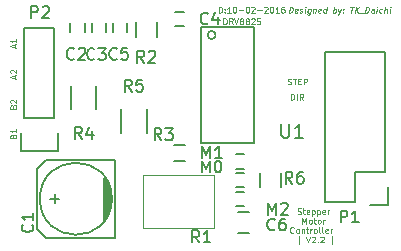
<source format=gbr>
G04 #@! TF.FileFunction,Legend,Top*
%FSLAX45Y45*%
G04 Gerber Fmt 4.5, Leading zero omitted, Abs format (unit mm)*
G04 Created by KiCad (PCBNEW 4.0.1-stable) date 12-Feb-16 12:46:57 PM*
%MOMM*%
G01*
G04 APERTURE LIST*
%ADD10C,0.100000*%
%ADD11C,0.125000*%
%ADD12C,0.150000*%
%ADD13C,0.090000*%
G04 APERTURE END LIST*
D10*
D11*
X2450000Y-822619D02*
X2450000Y-772619D01*
X2461905Y-772619D01*
X2469048Y-775000D01*
X2473810Y-779762D01*
X2476191Y-784524D01*
X2478572Y-794048D01*
X2478572Y-801190D01*
X2476191Y-810714D01*
X2473810Y-815476D01*
X2469048Y-820238D01*
X2461905Y-822619D01*
X2450000Y-822619D01*
X2500000Y-822619D02*
X2500000Y-772619D01*
X2552381Y-822619D02*
X2535714Y-798809D01*
X2523810Y-822619D02*
X2523810Y-772619D01*
X2542857Y-772619D01*
X2547619Y-775000D01*
X2550000Y-777381D01*
X2552381Y-782143D01*
X2552381Y-789286D01*
X2550000Y-794048D01*
X2547619Y-796429D01*
X2542857Y-798809D01*
X2523810Y-798809D01*
X2424048Y-690238D02*
X2431191Y-692619D01*
X2443095Y-692619D01*
X2447857Y-690238D01*
X2450238Y-687857D01*
X2452619Y-683095D01*
X2452619Y-678333D01*
X2450238Y-673571D01*
X2447857Y-671191D01*
X2443095Y-668810D01*
X2433572Y-666429D01*
X2428810Y-664048D01*
X2426429Y-661667D01*
X2424048Y-656905D01*
X2424048Y-652143D01*
X2426429Y-647381D01*
X2428810Y-645000D01*
X2433572Y-642619D01*
X2445476Y-642619D01*
X2452619Y-645000D01*
X2466905Y-642619D02*
X2495476Y-642619D01*
X2481191Y-692619D02*
X2481191Y-642619D01*
X2512143Y-666429D02*
X2528810Y-666429D01*
X2535952Y-692619D02*
X2512143Y-692619D01*
X2512143Y-642619D01*
X2535952Y-642619D01*
X2557381Y-692619D02*
X2557381Y-642619D01*
X2576429Y-642619D01*
X2581191Y-645000D01*
X2583571Y-647381D01*
X2585952Y-652143D01*
X2585952Y-659286D01*
X2583571Y-664048D01*
X2581191Y-666429D01*
X2576429Y-668810D01*
X2557381Y-668810D01*
D10*
X1877238Y-182619D02*
X1877238Y-132619D01*
X1889143Y-132619D01*
X1896286Y-135000D01*
X1901048Y-139762D01*
X1903429Y-144524D01*
X1905810Y-154048D01*
X1905810Y-161191D01*
X1903429Y-170714D01*
X1901048Y-175476D01*
X1896286Y-180238D01*
X1889143Y-182619D01*
X1877238Y-182619D01*
X1955810Y-182619D02*
X1939143Y-158810D01*
X1927238Y-182619D02*
X1927238Y-132619D01*
X1946286Y-132619D01*
X1951048Y-135000D01*
X1953429Y-137381D01*
X1955810Y-142143D01*
X1955810Y-149286D01*
X1953429Y-154048D01*
X1951048Y-156429D01*
X1946286Y-158810D01*
X1927238Y-158810D01*
X1970095Y-132619D02*
X1986762Y-182619D01*
X2003429Y-132619D01*
X2027238Y-154048D02*
X2022476Y-151667D01*
X2020095Y-149286D01*
X2017714Y-144524D01*
X2017714Y-142143D01*
X2020095Y-137381D01*
X2022476Y-135000D01*
X2027238Y-132619D01*
X2036762Y-132619D01*
X2041524Y-135000D01*
X2043905Y-137381D01*
X2046286Y-142143D01*
X2046286Y-144524D01*
X2043905Y-149286D01*
X2041524Y-151667D01*
X2036762Y-154048D01*
X2027238Y-154048D01*
X2022476Y-156429D01*
X2020095Y-158810D01*
X2017714Y-163571D01*
X2017714Y-173095D01*
X2020095Y-177857D01*
X2022476Y-180238D01*
X2027238Y-182619D01*
X2036762Y-182619D01*
X2041524Y-180238D01*
X2043905Y-177857D01*
X2046286Y-173095D01*
X2046286Y-163571D01*
X2043905Y-158810D01*
X2041524Y-156429D01*
X2036762Y-154048D01*
X2074857Y-154048D02*
X2070095Y-151667D01*
X2067714Y-149286D01*
X2065333Y-144524D01*
X2065333Y-142143D01*
X2067714Y-137381D01*
X2070095Y-135000D01*
X2074857Y-132619D01*
X2084381Y-132619D01*
X2089143Y-135000D01*
X2091524Y-137381D01*
X2093905Y-142143D01*
X2093905Y-144524D01*
X2091524Y-149286D01*
X2089143Y-151667D01*
X2084381Y-154048D01*
X2074857Y-154048D01*
X2070095Y-156429D01*
X2067714Y-158810D01*
X2065333Y-163571D01*
X2065333Y-173095D01*
X2067714Y-177857D01*
X2070095Y-180238D01*
X2074857Y-182619D01*
X2084381Y-182619D01*
X2089143Y-180238D01*
X2091524Y-177857D01*
X2093905Y-173095D01*
X2093905Y-163571D01*
X2091524Y-158810D01*
X2089143Y-156429D01*
X2084381Y-154048D01*
X2112952Y-137381D02*
X2115333Y-135000D01*
X2120095Y-132619D01*
X2132000Y-132619D01*
X2136762Y-135000D01*
X2139143Y-137381D01*
X2141524Y-142143D01*
X2141524Y-146905D01*
X2139143Y-154048D01*
X2110572Y-182619D01*
X2141524Y-182619D01*
X2186762Y-132619D02*
X2162952Y-132619D01*
X2160571Y-156429D01*
X2162952Y-154048D01*
X2167714Y-151667D01*
X2179619Y-151667D01*
X2184381Y-154048D01*
X2186762Y-156429D01*
X2189143Y-161191D01*
X2189143Y-173095D01*
X2186762Y-177857D01*
X2184381Y-180238D01*
X2179619Y-182619D01*
X2167714Y-182619D01*
X2162952Y-180238D01*
X2160571Y-177857D01*
D11*
X96429Y-1130238D02*
X98809Y-1123095D01*
X101190Y-1120714D01*
X105952Y-1118333D01*
X113095Y-1118333D01*
X117857Y-1120714D01*
X120238Y-1123095D01*
X122619Y-1127857D01*
X122619Y-1146905D01*
X72619Y-1146905D01*
X72619Y-1130238D01*
X75000Y-1125476D01*
X77381Y-1123095D01*
X82143Y-1120714D01*
X86905Y-1120714D01*
X91667Y-1123095D01*
X94048Y-1125476D01*
X96429Y-1130238D01*
X96429Y-1146905D01*
X122619Y-1070714D02*
X122619Y-1099286D01*
X122619Y-1085000D02*
X72619Y-1085000D01*
X79762Y-1089762D01*
X84524Y-1094524D01*
X86905Y-1099286D01*
X96429Y-880238D02*
X98809Y-873095D01*
X101190Y-870714D01*
X105952Y-868333D01*
X113095Y-868333D01*
X117857Y-870714D01*
X120238Y-873095D01*
X122619Y-877857D01*
X122619Y-896905D01*
X72619Y-896905D01*
X72619Y-880238D01*
X75000Y-875476D01*
X77381Y-873095D01*
X82143Y-870714D01*
X86905Y-870714D01*
X91667Y-873095D01*
X94048Y-875476D01*
X96429Y-880238D01*
X96429Y-896905D01*
X77381Y-849286D02*
X75000Y-846905D01*
X72619Y-842143D01*
X72619Y-830238D01*
X75000Y-825476D01*
X77381Y-823095D01*
X82143Y-820714D01*
X86905Y-820714D01*
X94048Y-823095D01*
X122619Y-851667D01*
X122619Y-820714D01*
X108353Y-638714D02*
X108353Y-614905D01*
X122639Y-643476D02*
X72639Y-626809D01*
X122639Y-610143D01*
X77401Y-595857D02*
X75020Y-593476D01*
X72639Y-588714D01*
X72639Y-576810D01*
X75020Y-572048D01*
X77401Y-569667D01*
X82163Y-567286D01*
X86925Y-567286D01*
X94068Y-569667D01*
X122639Y-598238D01*
X122639Y-567286D01*
X108353Y-378714D02*
X108353Y-354905D01*
X122639Y-383476D02*
X72639Y-366809D01*
X122639Y-350143D01*
X122639Y-307286D02*
X122639Y-335857D01*
X122639Y-321571D02*
X72639Y-321571D01*
X79782Y-326333D01*
X84544Y-331095D01*
X86925Y-335857D01*
D10*
X1837639Y-85619D02*
X1837639Y-35619D01*
X1849544Y-35619D01*
X1856687Y-38000D01*
X1861449Y-42762D01*
X1863830Y-47524D01*
X1866211Y-57048D01*
X1866211Y-64190D01*
X1863830Y-73714D01*
X1861449Y-78476D01*
X1856687Y-83238D01*
X1849544Y-85619D01*
X1837639Y-85619D01*
X1887639Y-80857D02*
X1890020Y-83238D01*
X1887639Y-85619D01*
X1885258Y-83238D01*
X1887639Y-80857D01*
X1887639Y-85619D01*
X1887639Y-54667D02*
X1890020Y-57048D01*
X1887639Y-59429D01*
X1885258Y-57048D01*
X1887639Y-54667D01*
X1887639Y-59429D01*
X1937639Y-85619D02*
X1909068Y-85619D01*
X1923353Y-85619D02*
X1923353Y-35619D01*
X1918592Y-42762D01*
X1913830Y-47524D01*
X1909068Y-49905D01*
X1968592Y-35619D02*
X1973353Y-35619D01*
X1978115Y-38000D01*
X1980496Y-40381D01*
X1982877Y-45143D01*
X1985258Y-54667D01*
X1985258Y-66571D01*
X1982877Y-76095D01*
X1980496Y-80857D01*
X1978115Y-83238D01*
X1973353Y-85619D01*
X1968592Y-85619D01*
X1963830Y-83238D01*
X1961449Y-80857D01*
X1959068Y-76095D01*
X1956687Y-66571D01*
X1956687Y-54667D01*
X1959068Y-45143D01*
X1961449Y-40381D01*
X1963830Y-38000D01*
X1968592Y-35619D01*
X2006687Y-66571D02*
X2044782Y-66571D01*
X2078115Y-35619D02*
X2082877Y-35619D01*
X2087639Y-38000D01*
X2090020Y-40381D01*
X2092401Y-45143D01*
X2094782Y-54667D01*
X2094782Y-66571D01*
X2092401Y-76095D01*
X2090020Y-80857D01*
X2087639Y-83238D01*
X2082877Y-85619D01*
X2078115Y-85619D01*
X2073353Y-83238D01*
X2070972Y-80857D01*
X2068592Y-76095D01*
X2066211Y-66571D01*
X2066211Y-54667D01*
X2068592Y-45143D01*
X2070972Y-40381D01*
X2073353Y-38000D01*
X2078115Y-35619D01*
X2113830Y-40381D02*
X2116211Y-38000D01*
X2120973Y-35619D01*
X2132877Y-35619D01*
X2137639Y-38000D01*
X2140020Y-40381D01*
X2142401Y-45143D01*
X2142401Y-49905D01*
X2140020Y-57048D01*
X2111449Y-85619D01*
X2142401Y-85619D01*
X2163830Y-66571D02*
X2201925Y-66571D01*
X2223353Y-40381D02*
X2225734Y-38000D01*
X2230496Y-35619D01*
X2242401Y-35619D01*
X2247163Y-38000D01*
X2249544Y-40381D01*
X2251925Y-45143D01*
X2251925Y-49905D01*
X2249544Y-57048D01*
X2220973Y-85619D01*
X2251925Y-85619D01*
X2282877Y-35619D02*
X2287639Y-35619D01*
X2292401Y-38000D01*
X2294782Y-40381D01*
X2297163Y-45143D01*
X2299544Y-54667D01*
X2299544Y-66571D01*
X2297163Y-76095D01*
X2294782Y-80857D01*
X2292401Y-83238D01*
X2287639Y-85619D01*
X2282877Y-85619D01*
X2278115Y-83238D01*
X2275734Y-80857D01*
X2273353Y-76095D01*
X2270972Y-66571D01*
X2270972Y-54667D01*
X2273353Y-45143D01*
X2275734Y-40381D01*
X2278115Y-38000D01*
X2282877Y-35619D01*
X2347163Y-85619D02*
X2318591Y-85619D01*
X2332877Y-85619D02*
X2332877Y-35619D01*
X2328115Y-42762D01*
X2323353Y-47524D01*
X2318591Y-49905D01*
X2390020Y-35619D02*
X2380496Y-35619D01*
X2375734Y-38000D01*
X2373353Y-40381D01*
X2368591Y-47524D01*
X2366210Y-57048D01*
X2366210Y-76095D01*
X2368591Y-80857D01*
X2370972Y-83238D01*
X2375734Y-85619D01*
X2385258Y-85619D01*
X2390020Y-83238D01*
X2392401Y-80857D01*
X2394782Y-76095D01*
X2394782Y-64190D01*
X2392401Y-59429D01*
X2390020Y-57048D01*
X2385258Y-54667D01*
X2375734Y-54667D01*
X2370972Y-57048D01*
X2368591Y-59429D01*
X2366210Y-64190D01*
X2432222Y-85619D02*
X2438472Y-35619D01*
X2450377Y-35619D01*
X2457222Y-38000D01*
X2461389Y-42762D01*
X2463175Y-47524D01*
X2464365Y-57048D01*
X2463472Y-64190D01*
X2459901Y-73714D01*
X2456925Y-78476D01*
X2451568Y-83238D01*
X2444127Y-85619D01*
X2432222Y-85619D01*
X2501568Y-83238D02*
X2496508Y-85619D01*
X2486984Y-85619D01*
X2482520Y-83238D01*
X2480734Y-78476D01*
X2483115Y-59429D01*
X2486092Y-54667D01*
X2491151Y-52286D01*
X2500675Y-52286D01*
X2505139Y-54667D01*
X2506925Y-59429D01*
X2506330Y-64190D01*
X2481925Y-68952D01*
X2522996Y-83238D02*
X2527460Y-85619D01*
X2536984Y-85619D01*
X2542044Y-83238D01*
X2545020Y-78476D01*
X2545318Y-76095D01*
X2543532Y-71333D01*
X2539068Y-68952D01*
X2531925Y-68952D01*
X2527461Y-66571D01*
X2525675Y-61809D01*
X2525972Y-59429D01*
X2528949Y-54667D01*
X2534008Y-52286D01*
X2541151Y-52286D01*
X2545615Y-54667D01*
X2565556Y-85619D02*
X2569722Y-52286D01*
X2571806Y-35619D02*
X2569127Y-38000D01*
X2571211Y-40381D01*
X2573889Y-38000D01*
X2571806Y-35619D01*
X2571211Y-40381D01*
X2614960Y-52286D02*
X2609901Y-92762D01*
X2606925Y-97524D01*
X2604246Y-99905D01*
X2599187Y-102286D01*
X2592044Y-102286D01*
X2587580Y-99905D01*
X2611091Y-83238D02*
X2606032Y-85619D01*
X2596508Y-85619D01*
X2592044Y-83238D01*
X2589961Y-80857D01*
X2588175Y-76095D01*
X2589960Y-61809D01*
X2592937Y-57048D01*
X2595615Y-54667D01*
X2600675Y-52286D01*
X2610199Y-52286D01*
X2614663Y-54667D01*
X2638770Y-52286D02*
X2634603Y-85619D01*
X2638175Y-57048D02*
X2640853Y-54667D01*
X2645913Y-52286D01*
X2653056Y-52286D01*
X2657520Y-54667D01*
X2659306Y-59429D01*
X2656032Y-85619D01*
X2699187Y-83238D02*
X2694127Y-85619D01*
X2684603Y-85619D01*
X2680139Y-83238D01*
X2678353Y-78476D01*
X2680734Y-59429D01*
X2683711Y-54667D01*
X2688770Y-52286D01*
X2698294Y-52286D01*
X2702758Y-54667D01*
X2704544Y-59429D01*
X2703949Y-64190D01*
X2679544Y-68952D01*
X2744127Y-85619D02*
X2750377Y-35619D01*
X2744425Y-83238D02*
X2739365Y-85619D01*
X2729841Y-85619D01*
X2725377Y-83238D01*
X2723294Y-80857D01*
X2721508Y-76095D01*
X2723294Y-61809D01*
X2726270Y-57048D01*
X2728949Y-54667D01*
X2734008Y-52286D01*
X2743532Y-52286D01*
X2747996Y-54667D01*
X2806032Y-85619D02*
X2812282Y-35619D01*
X2809901Y-54667D02*
X2814960Y-52286D01*
X2824484Y-52286D01*
X2828948Y-54667D01*
X2831032Y-57048D01*
X2832817Y-61809D01*
X2831032Y-76095D01*
X2828056Y-80857D01*
X2825377Y-83238D01*
X2820317Y-85619D01*
X2810794Y-85619D01*
X2806329Y-83238D01*
X2850675Y-52286D02*
X2858413Y-85619D01*
X2874484Y-52286D02*
X2858413Y-85619D01*
X2852163Y-97524D01*
X2849484Y-99905D01*
X2844425Y-102286D01*
X2889960Y-80857D02*
X2892044Y-83238D01*
X2889365Y-85619D01*
X2887282Y-83238D01*
X2889960Y-80857D01*
X2889365Y-85619D01*
X2893234Y-54667D02*
X2895317Y-57048D01*
X2892639Y-59429D01*
X2890556Y-57048D01*
X2893234Y-54667D01*
X2892639Y-59429D01*
X2950377Y-35619D02*
X2978948Y-35619D01*
X2958413Y-85619D02*
X2964663Y-35619D01*
X2989365Y-85619D02*
X2995615Y-35619D01*
X3017936Y-85619D02*
X3000079Y-57048D01*
X3024186Y-35619D02*
X2992044Y-64190D01*
X3026865Y-90381D02*
X3064960Y-90381D01*
X3077460Y-85619D02*
X3083710Y-35619D01*
X3095615Y-35619D01*
X3102460Y-38000D01*
X3106627Y-42762D01*
X3108412Y-47524D01*
X3109603Y-57048D01*
X3108710Y-64190D01*
X3105139Y-73714D01*
X3102163Y-78476D01*
X3096805Y-83238D01*
X3089365Y-85619D01*
X3077460Y-85619D01*
X3148889Y-85619D02*
X3152162Y-59429D01*
X3150377Y-54667D01*
X3145913Y-52286D01*
X3136389Y-52286D01*
X3131329Y-54667D01*
X3149186Y-83238D02*
X3144127Y-85619D01*
X3132222Y-85619D01*
X3127758Y-83238D01*
X3125972Y-78476D01*
X3126567Y-73714D01*
X3129544Y-68952D01*
X3134603Y-66571D01*
X3146508Y-66571D01*
X3151567Y-64190D01*
X3172698Y-85619D02*
X3176865Y-52286D01*
X3178948Y-35619D02*
X3176270Y-38000D01*
X3178353Y-40381D01*
X3181032Y-38000D01*
X3178948Y-35619D01*
X3178353Y-40381D01*
X3218234Y-83238D02*
X3213174Y-85619D01*
X3203651Y-85619D01*
X3199186Y-83238D01*
X3197103Y-80857D01*
X3195317Y-76095D01*
X3197103Y-61809D01*
X3200079Y-57048D01*
X3202758Y-54667D01*
X3207817Y-52286D01*
X3217341Y-52286D01*
X3221805Y-54667D01*
X3239365Y-85619D02*
X3245615Y-35619D01*
X3260793Y-85619D02*
X3264067Y-59429D01*
X3262282Y-54667D01*
X3257817Y-52286D01*
X3250674Y-52286D01*
X3245615Y-54667D01*
X3242936Y-57048D01*
X3284603Y-85619D02*
X3288770Y-52286D01*
X3290853Y-35619D02*
X3288174Y-38000D01*
X3290258Y-40381D01*
X3292936Y-38000D01*
X3290853Y-35619D01*
X3290258Y-40381D01*
X2504857Y-1788238D02*
X2512000Y-1790619D01*
X2523905Y-1790619D01*
X2528667Y-1788238D01*
X2531048Y-1785857D01*
X2533429Y-1781095D01*
X2533429Y-1776333D01*
X2531048Y-1771571D01*
X2528667Y-1769190D01*
X2523905Y-1766809D01*
X2514381Y-1764429D01*
X2509619Y-1762048D01*
X2507238Y-1759667D01*
X2504857Y-1754905D01*
X2504857Y-1750143D01*
X2507238Y-1745381D01*
X2509619Y-1743000D01*
X2514381Y-1740619D01*
X2526286Y-1740619D01*
X2533429Y-1743000D01*
X2547714Y-1757286D02*
X2566762Y-1757286D01*
X2554857Y-1740619D02*
X2554857Y-1783476D01*
X2557238Y-1788238D01*
X2562000Y-1790619D01*
X2566762Y-1790619D01*
X2602476Y-1788238D02*
X2597714Y-1790619D01*
X2588191Y-1790619D01*
X2583429Y-1788238D01*
X2581048Y-1783476D01*
X2581048Y-1764429D01*
X2583429Y-1759667D01*
X2588191Y-1757286D01*
X2597714Y-1757286D01*
X2602476Y-1759667D01*
X2604857Y-1764429D01*
X2604857Y-1769190D01*
X2581048Y-1773952D01*
X2626286Y-1757286D02*
X2626286Y-1807286D01*
X2626286Y-1759667D02*
X2631048Y-1757286D01*
X2640571Y-1757286D01*
X2645333Y-1759667D01*
X2647714Y-1762048D01*
X2650095Y-1766809D01*
X2650095Y-1781095D01*
X2647714Y-1785857D01*
X2645333Y-1788238D01*
X2640571Y-1790619D01*
X2631048Y-1790619D01*
X2626286Y-1788238D01*
X2671524Y-1757286D02*
X2671524Y-1807286D01*
X2671524Y-1759667D02*
X2676286Y-1757286D01*
X2685810Y-1757286D01*
X2690571Y-1759667D01*
X2692952Y-1762048D01*
X2695333Y-1766809D01*
X2695333Y-1781095D01*
X2692952Y-1785857D01*
X2690571Y-1788238D01*
X2685810Y-1790619D01*
X2676286Y-1790619D01*
X2671524Y-1788238D01*
X2735810Y-1788238D02*
X2731048Y-1790619D01*
X2721524Y-1790619D01*
X2716762Y-1788238D01*
X2714381Y-1783476D01*
X2714381Y-1764429D01*
X2716762Y-1759667D01*
X2721524Y-1757286D01*
X2731048Y-1757286D01*
X2735810Y-1759667D01*
X2738190Y-1764429D01*
X2738190Y-1769190D01*
X2714381Y-1773952D01*
X2759619Y-1790619D02*
X2759619Y-1757286D01*
X2759619Y-1766809D02*
X2762000Y-1762048D01*
X2764381Y-1759667D01*
X2769143Y-1757286D01*
X2773905Y-1757286D01*
X2545333Y-1870619D02*
X2545333Y-1820619D01*
X2562000Y-1856333D01*
X2578667Y-1820619D01*
X2578667Y-1870619D01*
X2609619Y-1870619D02*
X2604857Y-1868238D01*
X2602476Y-1865857D01*
X2600095Y-1861095D01*
X2600095Y-1846809D01*
X2602476Y-1842048D01*
X2604857Y-1839667D01*
X2609619Y-1837286D01*
X2616762Y-1837286D01*
X2621524Y-1839667D01*
X2623905Y-1842048D01*
X2626286Y-1846809D01*
X2626286Y-1861095D01*
X2623905Y-1865857D01*
X2621524Y-1868238D01*
X2616762Y-1870619D01*
X2609619Y-1870619D01*
X2640572Y-1837286D02*
X2659619Y-1837286D01*
X2647714Y-1820619D02*
X2647714Y-1863476D01*
X2650095Y-1868238D01*
X2654857Y-1870619D01*
X2659619Y-1870619D01*
X2683429Y-1870619D02*
X2678667Y-1868238D01*
X2676286Y-1865857D01*
X2673905Y-1861095D01*
X2673905Y-1846809D01*
X2676286Y-1842048D01*
X2678667Y-1839667D01*
X2683429Y-1837286D01*
X2690572Y-1837286D01*
X2695333Y-1839667D01*
X2697714Y-1842048D01*
X2700095Y-1846809D01*
X2700095Y-1861095D01*
X2697714Y-1865857D01*
X2695333Y-1868238D01*
X2690572Y-1870619D01*
X2683429Y-1870619D01*
X2721524Y-1870619D02*
X2721524Y-1837286D01*
X2721524Y-1846809D02*
X2723905Y-1842048D01*
X2726286Y-1839667D01*
X2731048Y-1837286D01*
X2735810Y-1837286D01*
X2472714Y-1945857D02*
X2470333Y-1948238D01*
X2463191Y-1950619D01*
X2458429Y-1950619D01*
X2451286Y-1948238D01*
X2446524Y-1943476D01*
X2444143Y-1938714D01*
X2441762Y-1929190D01*
X2441762Y-1922048D01*
X2444143Y-1912524D01*
X2446524Y-1907762D01*
X2451286Y-1903000D01*
X2458429Y-1900619D01*
X2463191Y-1900619D01*
X2470333Y-1903000D01*
X2472714Y-1905381D01*
X2501286Y-1950619D02*
X2496524Y-1948238D01*
X2494143Y-1945857D01*
X2491762Y-1941095D01*
X2491762Y-1926809D01*
X2494143Y-1922048D01*
X2496524Y-1919667D01*
X2501286Y-1917286D01*
X2508429Y-1917286D01*
X2513191Y-1919667D01*
X2515571Y-1922048D01*
X2517952Y-1926809D01*
X2517952Y-1941095D01*
X2515571Y-1945857D01*
X2513191Y-1948238D01*
X2508429Y-1950619D01*
X2501286Y-1950619D01*
X2539381Y-1917286D02*
X2539381Y-1950619D01*
X2539381Y-1922048D02*
X2541762Y-1919667D01*
X2546524Y-1917286D01*
X2553667Y-1917286D01*
X2558429Y-1919667D01*
X2560810Y-1924429D01*
X2560810Y-1950619D01*
X2577476Y-1917286D02*
X2596524Y-1917286D01*
X2584619Y-1900619D02*
X2584619Y-1943476D01*
X2587000Y-1948238D01*
X2591762Y-1950619D01*
X2596524Y-1950619D01*
X2613191Y-1950619D02*
X2613191Y-1917286D01*
X2613191Y-1926809D02*
X2615571Y-1922048D01*
X2617952Y-1919667D01*
X2622714Y-1917286D01*
X2627476Y-1917286D01*
X2651286Y-1950619D02*
X2646524Y-1948238D01*
X2644143Y-1945857D01*
X2641762Y-1941095D01*
X2641762Y-1926809D01*
X2644143Y-1922048D01*
X2646524Y-1919667D01*
X2651286Y-1917286D01*
X2658429Y-1917286D01*
X2663191Y-1919667D01*
X2665571Y-1922048D01*
X2667952Y-1926809D01*
X2667952Y-1941095D01*
X2665571Y-1945857D01*
X2663191Y-1948238D01*
X2658429Y-1950619D01*
X2651286Y-1950619D01*
X2696524Y-1950619D02*
X2691762Y-1948238D01*
X2689381Y-1943476D01*
X2689381Y-1900619D01*
X2722714Y-1950619D02*
X2717952Y-1948238D01*
X2715572Y-1943476D01*
X2715572Y-1900619D01*
X2760810Y-1948238D02*
X2756048Y-1950619D01*
X2746524Y-1950619D01*
X2741762Y-1948238D01*
X2739381Y-1943476D01*
X2739381Y-1924429D01*
X2741762Y-1919667D01*
X2746524Y-1917286D01*
X2756048Y-1917286D01*
X2760810Y-1919667D01*
X2763191Y-1924429D01*
X2763191Y-1929190D01*
X2739381Y-1933952D01*
X2784619Y-1950619D02*
X2784619Y-1917286D01*
X2784619Y-1926809D02*
X2787000Y-1922048D01*
X2789381Y-1919667D01*
X2794143Y-1917286D01*
X2798905Y-1917286D01*
X2513191Y-2047286D02*
X2513191Y-1975857D01*
X2579857Y-1980619D02*
X2596524Y-2030619D01*
X2613191Y-1980619D01*
X2627476Y-1985381D02*
X2629857Y-1983000D01*
X2634619Y-1980619D01*
X2646524Y-1980619D01*
X2651286Y-1983000D01*
X2653667Y-1985381D01*
X2656048Y-1990143D01*
X2656048Y-1994905D01*
X2653667Y-2002048D01*
X2625095Y-2030619D01*
X2656048Y-2030619D01*
X2677476Y-2025857D02*
X2679857Y-2028238D01*
X2677476Y-2030619D01*
X2675095Y-2028238D01*
X2677476Y-2025857D01*
X2677476Y-2030619D01*
X2698905Y-1985381D02*
X2701286Y-1983000D01*
X2706048Y-1980619D01*
X2717952Y-1980619D01*
X2722714Y-1983000D01*
X2725095Y-1985381D01*
X2727476Y-1990143D01*
X2727476Y-1994905D01*
X2725095Y-2002048D01*
X2696524Y-2030619D01*
X2727476Y-2030619D01*
X2798905Y-2047286D02*
X2798905Y-1975857D01*
D12*
X1811441Y-275000D02*
G75*
G03X1811441Y-275000I-33941J0D01*
G01*
X2135500Y-209000D02*
X1685500Y-209000D01*
X1685500Y-209000D02*
X1685500Y-1189000D01*
X1685500Y-1189000D02*
X2135500Y-1189000D01*
X2135500Y-1189000D02*
X2135500Y-209000D01*
X1981000Y-1603000D02*
X2051000Y-1603000D01*
X2051000Y-1723000D02*
X1981000Y-1723000D01*
X2365500Y-1441000D02*
X2365500Y-1561000D01*
X2190500Y-1561000D02*
X2190500Y-1441000D01*
X1982000Y-1444000D02*
X2052000Y-1444000D01*
X2052000Y-1564000D02*
X1982000Y-1564000D01*
X1982000Y-1285000D02*
X2052000Y-1285000D01*
X2052000Y-1405000D02*
X1982000Y-1405000D01*
X1470120Y-81660D02*
X1540120Y-81660D01*
X1540120Y-201660D02*
X1470120Y-201660D01*
X701520Y-175240D02*
X701520Y-245240D01*
X581520Y-245240D02*
X581520Y-175240D01*
X881860Y-175240D02*
X881860Y-245240D01*
X761860Y-245240D02*
X761860Y-175240D01*
X1315760Y-168020D02*
X1315760Y-288020D01*
X1140760Y-288020D02*
X1140760Y-168020D01*
X939660Y-245240D02*
X939660Y-175240D01*
X1059660Y-175240D02*
X1059660Y-245240D01*
X445940Y-977320D02*
X445940Y-215320D01*
X191940Y-977320D02*
X191940Y-215320D01*
X163940Y-1259320D02*
X163940Y-1104320D01*
X445940Y-215320D02*
X191940Y-215320D01*
X191940Y-977320D02*
X445940Y-977320D01*
X473940Y-1104320D02*
X473940Y-1259320D01*
X473940Y-1259320D02*
X163940Y-1259320D01*
X920158Y-1736780D02*
X920158Y-1584380D01*
X907458Y-1546280D02*
X907458Y-1774880D01*
X894758Y-1800280D02*
X894758Y-1520880D01*
X882058Y-1495480D02*
X882058Y-1825680D01*
X869358Y-1838380D02*
X869358Y-1482780D01*
X958258Y-1990780D02*
X958258Y-1330380D01*
X958258Y-1330380D02*
X374058Y-1330380D01*
X374058Y-1330380D02*
X297858Y-1406580D01*
X297858Y-1406580D02*
X297858Y-1914580D01*
X297858Y-1914580D02*
X374058Y-1990780D01*
X374058Y-1990780D02*
X958258Y-1990780D01*
X412158Y-1660580D02*
X488358Y-1660580D01*
X450258Y-1698680D02*
X450258Y-1622480D01*
X932858Y-1660580D02*
G75*
G03X932858Y-1660580I-304800J0D01*
G01*
X1555020Y-1340500D02*
X1455020Y-1340500D01*
X1455020Y-1205500D02*
X1555020Y-1205500D01*
X1997000Y-1947000D02*
X2097000Y-1947000D01*
X2097000Y-1777000D02*
X1997000Y-1777000D01*
D13*
X1199000Y-1911000D02*
X1799000Y-1911000D01*
X1199000Y-1686000D02*
X1199000Y-1461000D01*
X1199000Y-1686000D02*
X1199000Y-1911000D01*
X1799000Y-1681000D02*
X1799000Y-1461000D01*
X1799000Y-1686000D02*
X1799000Y-1911000D01*
X1199000Y-1461000D02*
X1799000Y-1461000D01*
D12*
X587520Y-903000D02*
X587520Y-703000D01*
X802520Y-703000D02*
X802520Y-903000D01*
X1012520Y-1103000D02*
X1012520Y-903000D01*
X1227520Y-903000D02*
X1227520Y-1103000D01*
X2733000Y-1684000D02*
X2733000Y-414000D01*
X2733000Y-414000D02*
X3241000Y-414000D01*
X3241000Y-414000D02*
X3241000Y-1430000D01*
X2733000Y-1684000D02*
X2987000Y-1684000D01*
X3114000Y-1712000D02*
X3269000Y-1712000D01*
X2987000Y-1684000D02*
X2987000Y-1430000D01*
X2987000Y-1430000D02*
X3241000Y-1430000D01*
X3269000Y-1712000D02*
X3269000Y-1557000D01*
X2366571Y-1024286D02*
X2366571Y-1121429D01*
X2372286Y-1132857D01*
X2378000Y-1138571D01*
X2389429Y-1144286D01*
X2412286Y-1144286D01*
X2423714Y-1138571D01*
X2429429Y-1132857D01*
X2435143Y-1121429D01*
X2435143Y-1024286D01*
X2555143Y-1144286D02*
X2486571Y-1144286D01*
X2520857Y-1144286D02*
X2520857Y-1024286D01*
X2509429Y-1041429D01*
X2498000Y-1052857D01*
X2486571Y-1058571D01*
X2257048Y-1795238D02*
X2257048Y-1695238D01*
X2290381Y-1766667D01*
X2323714Y-1695238D01*
X2323714Y-1795238D01*
X2366571Y-1704762D02*
X2371333Y-1700000D01*
X2380857Y-1695238D01*
X2404667Y-1695238D01*
X2414191Y-1700000D01*
X2418952Y-1704762D01*
X2423714Y-1714286D01*
X2423714Y-1723809D01*
X2418952Y-1738095D01*
X2361810Y-1795238D01*
X2423714Y-1795238D01*
X2461333Y-1532238D02*
X2428000Y-1484619D01*
X2404191Y-1532238D02*
X2404191Y-1432238D01*
X2442286Y-1432238D01*
X2451810Y-1437000D01*
X2456572Y-1441762D01*
X2461333Y-1451286D01*
X2461333Y-1465571D01*
X2456572Y-1475095D01*
X2451810Y-1479857D01*
X2442286Y-1484619D01*
X2404191Y-1484619D01*
X2547048Y-1432238D02*
X2528000Y-1432238D01*
X2518476Y-1437000D01*
X2513714Y-1441762D01*
X2504191Y-1456048D01*
X2499429Y-1475095D01*
X2499429Y-1513190D01*
X2504191Y-1522714D01*
X2508952Y-1527476D01*
X2518476Y-1532238D01*
X2537524Y-1532238D01*
X2547048Y-1527476D01*
X2551810Y-1522714D01*
X2556572Y-1513190D01*
X2556572Y-1489381D01*
X2551810Y-1479857D01*
X2547048Y-1475095D01*
X2537524Y-1470333D01*
X2518476Y-1470333D01*
X2508952Y-1475095D01*
X2504191Y-1479857D01*
X2499429Y-1489381D01*
X1694048Y-1438238D02*
X1694048Y-1338238D01*
X1727381Y-1409667D01*
X1760714Y-1338238D01*
X1760714Y-1438238D01*
X1827381Y-1338238D02*
X1836905Y-1338238D01*
X1846429Y-1343000D01*
X1851190Y-1347762D01*
X1855952Y-1357286D01*
X1860714Y-1376333D01*
X1860714Y-1400143D01*
X1855952Y-1419190D01*
X1851190Y-1428714D01*
X1846429Y-1433476D01*
X1836905Y-1438238D01*
X1827381Y-1438238D01*
X1817857Y-1433476D01*
X1813095Y-1428714D01*
X1808333Y-1419190D01*
X1803571Y-1400143D01*
X1803571Y-1376333D01*
X1808333Y-1357286D01*
X1813095Y-1347762D01*
X1817857Y-1343000D01*
X1827381Y-1338238D01*
X1698048Y-1316238D02*
X1698048Y-1216238D01*
X1731381Y-1287667D01*
X1764714Y-1216238D01*
X1764714Y-1316238D01*
X1864714Y-1316238D02*
X1807571Y-1316238D01*
X1836143Y-1316238D02*
X1836143Y-1216238D01*
X1826619Y-1230524D01*
X1817095Y-1240048D01*
X1807571Y-1244810D01*
X1744993Y-174834D02*
X1740231Y-179596D01*
X1725946Y-184358D01*
X1716422Y-184358D01*
X1702136Y-179596D01*
X1692612Y-170072D01*
X1687850Y-160549D01*
X1683089Y-141501D01*
X1683089Y-127215D01*
X1687850Y-108168D01*
X1692612Y-98644D01*
X1702136Y-89120D01*
X1716422Y-84358D01*
X1725946Y-84358D01*
X1740231Y-89120D01*
X1744993Y-93882D01*
X1830708Y-117691D02*
X1830708Y-184358D01*
X1806898Y-79596D02*
X1783089Y-151025D01*
X1844993Y-151025D01*
X612333Y-473714D02*
X607572Y-478476D01*
X593286Y-483238D01*
X583762Y-483238D01*
X569476Y-478476D01*
X559952Y-468952D01*
X555191Y-459429D01*
X550429Y-440381D01*
X550429Y-426095D01*
X555191Y-407048D01*
X559952Y-397524D01*
X569476Y-388000D01*
X583762Y-383238D01*
X593286Y-383238D01*
X607572Y-388000D01*
X612333Y-392762D01*
X650429Y-392762D02*
X655191Y-388000D01*
X664714Y-383238D01*
X688524Y-383238D01*
X698048Y-388000D01*
X702810Y-392762D01*
X707571Y-402286D01*
X707571Y-411809D01*
X702810Y-426095D01*
X645667Y-483238D01*
X707571Y-483238D01*
X785333Y-475714D02*
X780571Y-480476D01*
X766286Y-485238D01*
X756762Y-485238D01*
X742476Y-480476D01*
X732952Y-470952D01*
X728190Y-461429D01*
X723429Y-442381D01*
X723429Y-428095D01*
X728190Y-409048D01*
X732952Y-399524D01*
X742476Y-390000D01*
X756762Y-385238D01*
X766286Y-385238D01*
X780571Y-390000D01*
X785333Y-394762D01*
X818667Y-385238D02*
X880571Y-385238D01*
X847238Y-423333D01*
X861524Y-423333D01*
X871048Y-428095D01*
X875810Y-432857D01*
X880571Y-442381D01*
X880571Y-466190D01*
X875810Y-475714D01*
X871048Y-480476D01*
X861524Y-485238D01*
X832952Y-485238D01*
X823429Y-480476D01*
X818667Y-475714D01*
X1206333Y-507238D02*
X1173000Y-459619D01*
X1149191Y-507238D02*
X1149191Y-407238D01*
X1187286Y-407238D01*
X1196810Y-412000D01*
X1201572Y-416762D01*
X1206333Y-426286D01*
X1206333Y-440571D01*
X1201572Y-450095D01*
X1196810Y-454857D01*
X1187286Y-459619D01*
X1149191Y-459619D01*
X1244429Y-416762D02*
X1249191Y-412000D01*
X1258714Y-407238D01*
X1282524Y-407238D01*
X1292048Y-412000D01*
X1296810Y-416762D01*
X1301572Y-426286D01*
X1301572Y-435809D01*
X1296810Y-450095D01*
X1239667Y-507238D01*
X1301572Y-507238D01*
X974333Y-473714D02*
X969571Y-478476D01*
X955286Y-483238D01*
X945762Y-483238D01*
X931476Y-478476D01*
X921952Y-468952D01*
X917190Y-459429D01*
X912429Y-440381D01*
X912429Y-426095D01*
X917190Y-407048D01*
X921952Y-397524D01*
X931476Y-388000D01*
X945762Y-383238D01*
X955286Y-383238D01*
X969571Y-388000D01*
X974333Y-392762D01*
X1064810Y-383238D02*
X1017190Y-383238D01*
X1012429Y-430857D01*
X1017190Y-426095D01*
X1026714Y-421333D01*
X1050524Y-421333D01*
X1060048Y-426095D01*
X1064810Y-430857D01*
X1069572Y-440381D01*
X1069572Y-464190D01*
X1064810Y-473714D01*
X1060048Y-478476D01*
X1050524Y-483238D01*
X1026714Y-483238D01*
X1017190Y-478476D01*
X1012429Y-473714D01*
X250210Y-131018D02*
X250210Y-31018D01*
X288306Y-31018D01*
X297830Y-35780D01*
X302592Y-40542D01*
X307353Y-50066D01*
X307353Y-64351D01*
X302592Y-73875D01*
X297830Y-78637D01*
X288306Y-83399D01*
X250210Y-83399D01*
X345449Y-40542D02*
X350210Y-35780D01*
X359734Y-31018D01*
X383544Y-31018D01*
X393068Y-35780D01*
X397830Y-40542D01*
X402591Y-50066D01*
X402591Y-59589D01*
X397830Y-73875D01*
X340687Y-131018D01*
X402591Y-131018D01*
X258714Y-1880667D02*
X263476Y-1885428D01*
X268238Y-1899714D01*
X268238Y-1909238D01*
X263476Y-1923524D01*
X253952Y-1933048D01*
X244429Y-1937809D01*
X225381Y-1942571D01*
X211095Y-1942571D01*
X192048Y-1937809D01*
X182524Y-1933048D01*
X173000Y-1923524D01*
X168238Y-1909238D01*
X168238Y-1899714D01*
X173000Y-1885428D01*
X177762Y-1880667D01*
X268238Y-1785428D02*
X268238Y-1842571D01*
X268238Y-1814000D02*
X168238Y-1814000D01*
X182524Y-1823524D01*
X192048Y-1833048D01*
X196809Y-1842571D01*
X1352333Y-1164238D02*
X1319000Y-1116619D01*
X1295191Y-1164238D02*
X1295191Y-1064238D01*
X1333286Y-1064238D01*
X1342810Y-1069000D01*
X1347572Y-1073762D01*
X1352333Y-1083286D01*
X1352333Y-1097571D01*
X1347572Y-1107095D01*
X1342810Y-1111857D01*
X1333286Y-1116619D01*
X1295191Y-1116619D01*
X1385667Y-1064238D02*
X1447571Y-1064238D01*
X1414238Y-1102333D01*
X1428524Y-1102333D01*
X1438048Y-1107095D01*
X1442810Y-1111857D01*
X1447571Y-1121381D01*
X1447571Y-1145191D01*
X1442810Y-1154714D01*
X1438048Y-1159476D01*
X1428524Y-1164238D01*
X1399952Y-1164238D01*
X1390429Y-1159476D01*
X1385667Y-1154714D01*
X2311333Y-1918714D02*
X2306572Y-1923476D01*
X2292286Y-1928238D01*
X2282762Y-1928238D01*
X2268476Y-1923476D01*
X2258952Y-1913952D01*
X2254191Y-1904429D01*
X2249429Y-1885381D01*
X2249429Y-1871095D01*
X2254191Y-1852048D01*
X2258952Y-1842524D01*
X2268476Y-1833000D01*
X2282762Y-1828238D01*
X2292286Y-1828238D01*
X2306572Y-1833000D01*
X2311333Y-1837762D01*
X2397048Y-1828238D02*
X2378000Y-1828238D01*
X2368476Y-1833000D01*
X2363714Y-1837762D01*
X2354191Y-1852048D01*
X2349429Y-1871095D01*
X2349429Y-1909190D01*
X2354191Y-1918714D01*
X2358952Y-1923476D01*
X2368476Y-1928238D01*
X2387524Y-1928238D01*
X2397048Y-1923476D01*
X2401810Y-1918714D01*
X2406572Y-1909190D01*
X2406572Y-1885381D01*
X2401810Y-1875857D01*
X2397048Y-1871095D01*
X2387524Y-1866333D01*
X2368476Y-1866333D01*
X2358952Y-1871095D01*
X2354191Y-1875857D01*
X2349429Y-1885381D01*
X1671333Y-2029238D02*
X1638000Y-1981619D01*
X1614190Y-2029238D02*
X1614190Y-1929238D01*
X1652286Y-1929238D01*
X1661810Y-1934000D01*
X1666571Y-1938762D01*
X1671333Y-1948286D01*
X1671333Y-1962571D01*
X1666571Y-1972095D01*
X1661810Y-1976857D01*
X1652286Y-1981619D01*
X1614190Y-1981619D01*
X1766571Y-2029238D02*
X1709429Y-2029238D01*
X1738000Y-2029238D02*
X1738000Y-1929238D01*
X1728476Y-1943524D01*
X1718952Y-1953048D01*
X1709429Y-1957809D01*
X679333Y-1155238D02*
X646000Y-1107619D01*
X622191Y-1155238D02*
X622191Y-1055238D01*
X660286Y-1055238D01*
X669810Y-1060000D01*
X674572Y-1064762D01*
X679333Y-1074286D01*
X679333Y-1088571D01*
X674572Y-1098095D01*
X669810Y-1102857D01*
X660286Y-1107619D01*
X622191Y-1107619D01*
X765048Y-1088571D02*
X765048Y-1155238D01*
X741238Y-1050476D02*
X717429Y-1121905D01*
X779333Y-1121905D01*
X1100333Y-753238D02*
X1067000Y-705619D01*
X1043190Y-753238D02*
X1043190Y-653238D01*
X1081286Y-653238D01*
X1090810Y-658000D01*
X1095572Y-662762D01*
X1100333Y-672286D01*
X1100333Y-686571D01*
X1095572Y-696095D01*
X1090810Y-700857D01*
X1081286Y-705619D01*
X1043190Y-705619D01*
X1190810Y-653238D02*
X1143191Y-653238D01*
X1138429Y-700857D01*
X1143191Y-696095D01*
X1152714Y-691333D01*
X1176524Y-691333D01*
X1186048Y-696095D01*
X1190810Y-700857D01*
X1195572Y-710381D01*
X1195572Y-734190D01*
X1190810Y-743714D01*
X1186048Y-748476D01*
X1176524Y-753238D01*
X1152714Y-753238D01*
X1143191Y-748476D01*
X1138429Y-743714D01*
X2869190Y-1861238D02*
X2869190Y-1761238D01*
X2907286Y-1761238D01*
X2916810Y-1766000D01*
X2921571Y-1770762D01*
X2926333Y-1780286D01*
X2926333Y-1794571D01*
X2921571Y-1804095D01*
X2916810Y-1808857D01*
X2907286Y-1813619D01*
X2869190Y-1813619D01*
X3021571Y-1861238D02*
X2964429Y-1861238D01*
X2993000Y-1861238D02*
X2993000Y-1761238D01*
X2983476Y-1775524D01*
X2973952Y-1785048D01*
X2964429Y-1789809D01*
M02*

</source>
